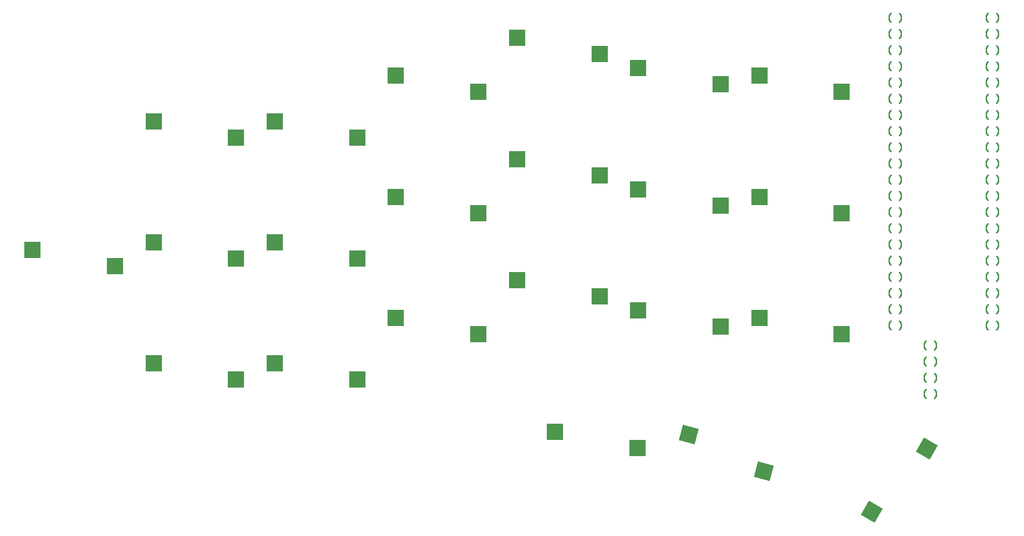
<source format=gtp>
G04 #@! TF.GenerationSoftware,KiCad,Pcbnew,(6.0.7-1)-1*
G04 #@! TF.CreationDate,2022-12-30T18:39:57+10:00*
G04 #@! TF.ProjectId,jantor,6a616e74-6f72-42e6-9b69-6361645f7063,rev?*
G04 #@! TF.SameCoordinates,Original*
G04 #@! TF.FileFunction,Paste,Top*
G04 #@! TF.FilePolarity,Positive*
%FSLAX46Y46*%
G04 Gerber Fmt 4.6, Leading zero omitted, Abs format (unit mm)*
G04 Created by KiCad (PCBNEW (6.0.7-1)-1) date 2022-12-30 18:39:57*
%MOMM*%
%LPD*%
G01*
G04 APERTURE LIST*
G04 Aperture macros list*
%AMRotRect*
0 Rectangle, with rotation*
0 The origin of the aperture is its center*
0 $1 length*
0 $2 width*
0 $3 Rotation angle, in degrees counterclockwise*
0 Add horizontal line*
21,1,$1,$2,0,0,$3*%
%AMFreePoly0*
4,1,41,-0.243376,0.801290,-0.187740,0.768256,-0.078806,0.637835,0.008740,0.492191,0.072810,0.334802,0.111874,0.169423,0.125000,0.000000,0.124743,-0.000958,0.124998,-0.001914,0.111215,-0.173590,0.070806,-0.341010,0.004758,-0.500071,-0.085307,-0.646873,-0.197182,-0.777817,-0.253218,-0.810169,-0.317923,-0.810170,-0.373959,-0.777818,-0.406311,-0.721782,-0.406312,-0.657077,-0.373960,-0.601041,
-0.367161,-0.597115,-0.285385,-0.501402,-0.215574,-0.387613,-0.164379,-0.264322,-0.133057,-0.134552,-0.122983,-0.009067,-0.125002,-0.001478,-0.124802,-0.000738,-0.125000,0.000000,-0.123060,0.007240,-0.132672,0.131302,-0.162946,0.259471,-0.212600,0.381448,-0.280449,0.494322,-0.360216,0.589825,-0.366662,0.593652,-0.398328,0.650079,-0.397537,0.714779,-0.364503,0.770415,-0.308076,0.802081,
-0.243376,0.801290,-0.243376,0.801290,$1*%
G04 Aperture macros list end*
%ADD10R,2.550000X2.500000*%
%ADD11RotRect,2.550000X2.500000X60.000000*%
%ADD12RotRect,2.550000X2.500000X345.000000*%
%ADD13FreePoly0,180.000000*%
%ADD14FreePoly0,0.000000*%
G04 APERTURE END LIST*
D10*
X-7085000Y-21540000D03*
X5842000Y-24080000D03*
X-45085000Y-34602500D03*
X-32158000Y-37142500D03*
X-26085000Y-39352500D03*
X-13158000Y-41892500D03*
X-45085000Y-15602500D03*
X-32158000Y-18142500D03*
X-45085000Y3397500D03*
X-32158000Y857500D03*
X-102085000Y-28665000D03*
X-89158000Y-31205000D03*
X-7085000Y-2540000D03*
X5842000Y-5080000D03*
X-64085000Y-21540000D03*
X-51158000Y-24080000D03*
X-39147500Y-58352500D03*
X-26220500Y-60892500D03*
X-83085000Y-28665000D03*
X-70158000Y-31205000D03*
X-83085000Y-47665000D03*
X-70158000Y-50205000D03*
X-102085000Y-47665000D03*
X-89158000Y-50205000D03*
X-64085000Y-2540000D03*
X-51158000Y-5080000D03*
D11*
X10532205Y-70937040D03*
X19195409Y-61011930D03*
D10*
X-121085000Y-29852500D03*
X-108158000Y-32392500D03*
D12*
X-18188485Y-58807219D03*
X-6359362Y-64606424D03*
D10*
X-26085000Y-20352500D03*
X-13158000Y-22892500D03*
X-102085000Y-9665000D03*
X-89158000Y-12205000D03*
X-26085000Y-1352500D03*
X-13158000Y-3892500D03*
X-7085000Y-40540000D03*
X5842000Y-43080000D03*
X-64085000Y-40540000D03*
X-51158000Y-43080000D03*
X-83085000Y-9665000D03*
X-70158000Y-12205000D03*
D13*
X28515000Y6531250D03*
D14*
X30465000Y6531250D03*
X30465000Y3991250D03*
D13*
X28515000Y3991250D03*
D14*
X30465000Y1451250D03*
D13*
X28515000Y1451250D03*
X28515000Y-1088750D03*
D14*
X30465000Y-1088750D03*
D13*
X28515000Y-3628750D03*
D14*
X30465000Y-3628750D03*
D13*
X28515000Y-6168750D03*
D14*
X30465000Y-6168750D03*
D13*
X28515000Y-8708750D03*
D14*
X30465000Y-8708750D03*
X30465000Y-11248750D03*
D13*
X28515000Y-11248750D03*
X28515000Y-13788750D03*
D14*
X30465000Y-13788750D03*
D13*
X28515000Y-16328750D03*
D14*
X30465000Y-16328750D03*
D13*
X28515000Y-18868750D03*
D14*
X30465000Y-18868750D03*
D13*
X28515000Y-21408750D03*
D14*
X30465000Y-21408750D03*
X30465000Y-23948750D03*
D13*
X28515000Y-23948750D03*
X28515000Y-26488750D03*
D14*
X30465000Y-26488750D03*
X30465000Y-29028750D03*
D13*
X28515000Y-29028750D03*
D14*
X30465000Y-31568750D03*
D13*
X28515000Y-31568750D03*
X28515000Y-34108750D03*
D14*
X30465000Y-34108750D03*
X30465000Y-36648750D03*
D13*
X28515000Y-36648750D03*
D14*
X30465000Y-39188750D03*
D13*
X28515000Y-39188750D03*
X28515000Y-41728750D03*
D14*
X30465000Y-41728750D03*
X15225000Y-41728750D03*
D13*
X13275000Y-41728750D03*
D14*
X15225000Y-39188750D03*
D13*
X13275000Y-39188750D03*
X13275000Y-36648750D03*
D14*
X15225000Y-36648750D03*
X15225000Y-34108750D03*
D13*
X13275000Y-34108750D03*
D14*
X15225000Y-31568750D03*
D13*
X13275000Y-31568750D03*
X13275000Y-29028750D03*
D14*
X15225000Y-29028750D03*
X15225000Y-26488750D03*
D13*
X13275000Y-26488750D03*
X13275000Y-23948750D03*
D14*
X15225000Y-23948750D03*
D13*
X13275000Y-21408750D03*
D14*
X15225000Y-21408750D03*
D13*
X13275000Y-18868750D03*
D14*
X15225000Y-18868750D03*
D13*
X13275000Y-16328750D03*
D14*
X15225000Y-16328750D03*
X15225000Y-13788750D03*
D13*
X13275000Y-13788750D03*
X13275000Y-11248750D03*
D14*
X15225000Y-11248750D03*
D13*
X13275000Y-8708750D03*
D14*
X15225000Y-8708750D03*
X15225000Y-6168750D03*
D13*
X13275000Y-6168750D03*
D14*
X15225000Y-3628750D03*
D13*
X13275000Y-3628750D03*
D14*
X15225000Y-1088750D03*
D13*
X13275000Y-1088750D03*
D14*
X15225000Y1451250D03*
D13*
X13275000Y1451250D03*
D14*
X15225000Y3991250D03*
D13*
X13275000Y3991250D03*
D14*
X15225000Y6531250D03*
D13*
X13275000Y6531250D03*
X18800000Y-52497500D03*
D14*
X20750000Y-52497500D03*
D13*
X18800000Y-49957500D03*
D14*
X20750000Y-49957500D03*
D13*
X18800000Y-47417500D03*
D14*
X20750000Y-47417500D03*
D13*
X18800000Y-44877500D03*
D14*
X20750000Y-44877500D03*
M02*

</source>
